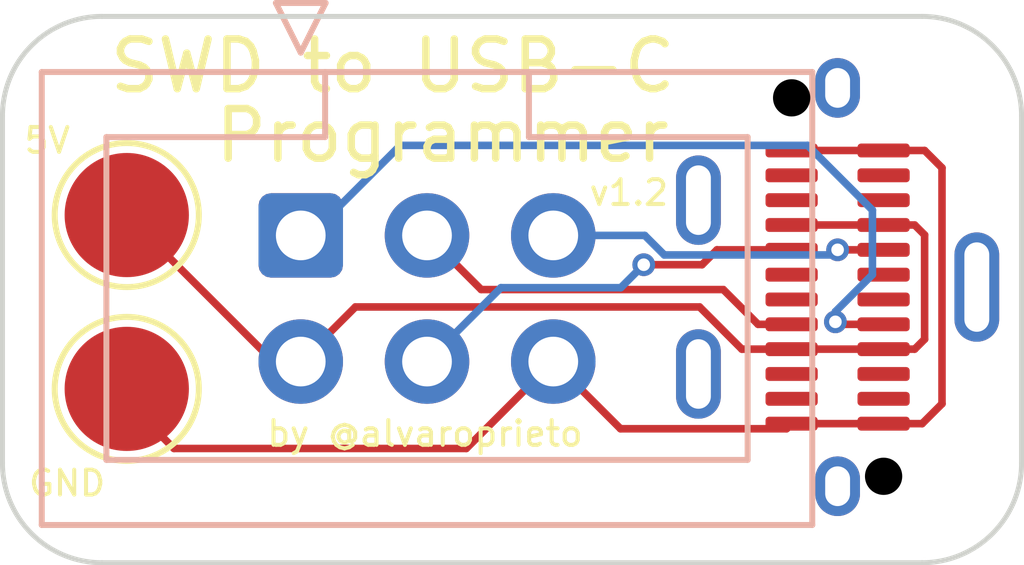
<source format=kicad_pcb>
(kicad_pcb (version 20211014) (generator pcbnew)
  (title_block (title "Debugotron - SWD to USB-C Programmer") (date "2022-03-04") (rev "1.2") (company "Quesadillon LLC"))
  (layers (0 "F.Cu" signal) (31 "B.Cu" signal) (34 "B.Paste" user) (35 "F.Paste" user) (36 "B.SilkS" user "B.Silkscreen") (37 "F.SilkS" user "F.Silkscreen") (38 "B.Mask" user) (39 "F.Mask" user) (44 "Edge.Cuts" user))
  (net 0 "")
  (net 1 "VBUS")
  (net 2 "GND")
  (net 3 "/MISO")
  (net 4 "/MOSI")
  (net 5 "/SCK")
  (net 6 "/MCURST")
  (footprint "TestPoint:TestPoint_Pad_D2.5mm" (layer "F.Cu") (at 161.5 69.5 -90)
    (fp_text reference "TP2" hide)
    (fp_text value "TestPoint" hide)
    (fp_circle (center 0 0) (end 0 1.45) (layer "F.SilkS") (width 0.12) (fill none))
    (pad "1" smd circle (at 0 0 270) (size 2.5 2.5) (layers "F.Cu" "F.Mask") (net 2 "GND"))
  )
  (footprint "alvarop:USB4151-GF-C" (layer "F.Cu") (at 175.8 67.45 90)
    (fp_text reference "P1" hide)
    (fp_text value "USB_C_Plug" hide)
    (pad "" np_thru_hole circle (at 3.81 -0.925 90) (size 0.75 0.75) (drill 0.75) (layers *.Mask))
    (pad "" smd roundrect (at 0.25 0.925 90) (size 0.28 1.05) (layers "F.Cu" "F.Paste" "F.Mask"))
    (pad "" smd roundrect (at -0.25 0.925 90) (size 0.28 1.05) (layers "F.Cu" "F.Paste" "F.Mask"))
    (pad "" np_thru_hole circle (at -3.81 0.925 90) (size 0.75 0.75) (drill 0.75) (layers *.Mask))
    (pad "A1" smd roundrect (at 2.75 -0.925 90) (size 0.28 1.05) (layers "F.Cu" "F.Paste" "F.Mask") (net 2 "GND"))
    (pad "A2" smd roundrect (at 2.25 -0.925 90) (size 0.28 1.05) (layers "F.Cu" "F.Paste" "F.Mask"))
    (pad "A3" smd roundrect (at 1.75 -0.925 90) (size 0.28 1.05) (layers "F.Cu" "F.Paste" "F.Mask"))
    (pad "A4" smd roundrect (at 1.25 -0.925 90) (size 0.28 1.05) (layers "F.Cu" "F.Paste" "F.Mask") (net 1 "VBUS"))
    (pad "A5" smd roundrect (at 0.75 -0.925 90) (size 0.28 1.05) (layers "F.Cu" "F.Paste" "F.Mask") (net 4 "/MOSI"))
    (pad "A6" smd roundrect (at 0.25 -0.925 90) (size 0.28 1.05) (layers "F.Cu" "F.Paste" "F.Mask"))
    (pad "A7" smd roundrect (at -0.25 -0.925 90) (size 0.28 1.05) (layers "F.Cu" "F.Paste" "F.Mask"))
    (pad "A8" smd roundrect (at -0.75 -0.925 90) (size 0.28 1.05) (layers "F.Cu" "F.Paste" "F.Mask") (net 5 "/SCK"))
    (pad "A9" smd roundrect (at -1.25 -0.925 90) (size 0.28 1.05) (layers "F.Cu" "F.Paste" "F.Mask") (net 1 "VBUS"))
    (pad "A10" smd roundrect (at -1.75 -0.925 90) (size 0.28 1.05) (layers "F.Cu" "F.Paste" "F.Mask"))
    (pad "A11" smd roundrect (at -2.25 -0.925 90) (size 0.28 1.05) (layers "F.Cu" "F.Paste" "F.Mask"))
    (pad "A12" smd roundrect (at -2.75 -0.925 90) (size 0.28 1.05) (layers "F.Cu" "F.Paste" "F.Mask") (net 2 "GND"))
    (pad "B1" smd roundrect (at -2.75 0.925 90) (size 0.28 1.05) (layers "F.Cu" "F.Paste" "F.Mask") (net 2 "GND"))
    (pad "B2" smd roundrect (at -2.25 0.925 90) (size 0.28 1.05) (layers "F.Cu" "F.Paste" "F.Mask"))
    (pad "B3" smd roundrect (at -1.75 0.925 90) (size 0.28 1.05) (layers "F.Cu" "F.Paste" "F.Mask"))
    (pad "B4" smd roundrect (at -1.25 0.925 90) (size 0.28 1.05) (layers "F.Cu" "F.Paste" "F.Mask") (net 1 "VBUS"))
    (pad "B5" smd roundrect (at -0.75 0.925 90) (size 0.28 1.05) (layers "F.Cu" "F.Paste" "F.Mask") (net 3 "/MISO"))
    (pad "B8" smd roundrect (at 0.75 0.925 90) (size 0.28 1.05) (layers "F.Cu" "F.Paste" "F.Mask") (net 6 "/MCURST"))
    (pad "B9" smd roundrect (at 1.25 0.925 90) (size 0.28 1.05) (layers "F.Cu" "F.Paste" "F.Mask") (net 1 "VBUS"))
    (pad "B10" smd roundrect (at 1.75 0.925 90) (size 0.28 1.05) (layers "F.Cu" "F.Paste" "F.Mask"))
    (pad "B11" smd roundrect (at 2.25 0.925 90) (size 0.28 1.05) (layers "F.Cu" "F.Paste" "F.Mask"))
    (pad "B12" smd roundrect (at 2.75 0.925 90) (size 0.28 1.05) (layers "F.Cu" "F.Paste" "F.Mask") (net 2 "GND"))
    (pad "S1" thru_hole oval (at 4.01 0 90) (size 1.2 0.9) (drill oval 0.8 0.5) (layers *.Cu *.Mask))
    (pad "S1" thru_hole oval (at -1.75 -2.8 90) (size 1.8 0.9) (drill oval 1.4 0.5) (layers *.Cu *.Mask))
    (pad "S1" thru_hole oval (at -4.01 0 90) (size 1.2 0.9) (drill oval 0.8 0.5) (layers *.Cu *.Mask))
    (pad "S1" thru_hole oval (at 1.75 -2.8 90) (size 1.8 0.9) (drill oval 1.4 0.5) (layers *.Cu *.Mask))
    (pad "S1" thru_hole oval (at 0 2.8 90) (size 2.2 0.9) (drill oval 1.8 0.5) (layers *.Cu *.Mask))
  )
  (footprint "TestPoint:TestPoint_Pad_D2.5mm" (layer "F.Cu") (at 161.5 66 -90)
    (fp_text reference "TP1" hide)
    (fp_text value "TestPoint" hide)
    (fp_circle (center 0 0) (end 0 1.45) (layer "F.SilkS") (width 0.12) (fill none))
    (pad "1" smd circle (at 0 0 270) (size 2.5 2.5) (layers "F.Cu" "F.Mask") (net 1 "VBUS"))
  )
  (footprint "Connector_IDC:IDC-Header_2x03_P2.54mm_Vertical" (layer "B.Cu") (at 165 66.41 -90)
    (fp_text reference "J1" hide)
    (fp_text value "AVR-ISP-6")
    (fp_line (start -3.68 0) (end -4.68 0.5) (layer "B.SilkS") (width 0.12))
    (fp_line (start -4.68 -0.5) (end -3.68 0) (layer "B.SilkS") (width 0.12))
    (fp_line (start -1.98 -4.59) (end -3.29 -4.59) (layer "B.SilkS") (width 0.12))
    (fp_line (start -3.29 5.21) (end 5.83 5.21) (layer "B.SilkS") (width 0.12))
    (fp_line (start 4.52 3.91) (end 4.52 -8.99) (layer "B.SilkS") (width 0.12))
    (fp_line (start -3.29 -10.29) (end -3.29 5.21) (layer "B.SilkS") (width 0.12))
    (fp_line (start -4.68 0.5) (end -4.68 -0.5) (layer "B.SilkS") (width 0.12))
    (fp_line (start -1.98 3.91) (end 4.52 3.91) (layer "B.SilkS") (width 0.12))
    (fp_line (start -1.98 -4.59) (end -1.98 -4.59) (layer "B.SilkS") (width 0.12))
    (fp_line (start -3.29 -0.49) (end -1.98 -0.49) (layer "B.SilkS") (width 0.12))
    (fp_line (start 5.83 5.21) (end 5.83 -10.29) (layer "B.SilkS") (width 0.12))
    (fp_line (start 4.52 -8.99) (end -1.98 -8.99) (layer "B.SilkS") (width 0.12))
    (fp_line (start -1.98 -0.49) (end -1.98 3.91) (layer "B.SilkS") (width 0.12))
    (fp_line (start 5.83 -10.29) (end -3.29 -10.29) (layer "B.SilkS") (width 0.12))
    (fp_line (start -1.98 -8.99) (end -1.98 -4.59) (layer "B.SilkS") (width 0.12))
    (pad "1" thru_hole roundrect (at 0 0 270) (size 1.7 1.7) (drill 1) (layers *.Cu *.Mask) (roundrect_rratio 0.1470588235) (net 3 "/MISO"))
    (pad "2" thru_hole circle (at 2.54 0 270) (size 1.7 1.7) (drill 1) (layers *.Cu *.Mask) (net 1 "VBUS"))
    (pad "3" thru_hole circle (at 0 -2.54 270) (size 1.7 1.7) (drill 1) (layers *.Cu *.Mask) (net 5 "/SCK"))
    (pad "4" thru_hole circle (at 2.54 -2.54 270) (size 1.7 1.7) (drill 1) (layers *.Cu *.Mask) (net 4 "/MOSI"))
    (pad "5" thru_hole circle (at 0 -5.08 270) (size 1.7 1.7) (drill 1) (layers *.Cu *.Mask) (net 6 "/MCURST"))
    (pad "6" thru_hole circle (at 2.54 -5.08 270) (size 1.7 1.7) (drill 1) (layers *.Cu *.Mask) (net 2 "GND"))
  )
  (gr_arc (start 179.5 71) (mid 178.914214 72.414214) (end 177.5 73) (layer "Edge.Cuts") (width 0.1))
  (gr_arc (start 177.5 62) (mid 178.914214 62.585786) (end 179.5 64) (layer "Edge.Cuts") (width 0.1))
  (gr_line (start 159 64) (end 159 71) (layer "Edge.Cuts") (width 0.1))
  (gr_arc (start 161 73) (mid 159.585786 72.414214) (end 159 71) (layer "Edge.Cuts") (width 0.1))
  (gr_arc (start 159 64) (mid 159.585786 62.585786) (end 161 62) (layer "Edge.Cuts") (width 0.1))
  (gr_line (start 161 73) (end 177.5 73) (layer "Edge.Cuts") (width 0.1))
  (gr_line (start 179.5 71) (end 179.5 64) (layer "Edge.Cuts") (width 0.1))
  (gr_line (start 177.5 62) (end 161 62) (layer "Edge.Cuts") (width 0.1))
  (gr_text "SWD to USB-C" (at 166.85 63) (layer "F.SilkS") (effects (font (size 1 1))))
  (gr_text "5V" (at 159.9 64.5) (layer "F.SilkS") (effects (font (size 0.5 0.5) (thickness 0.08))))
  (gr_text "v1.2" (at 171.6 65.55) (layer "F.SilkS") (effects (font (size 0.5 0.5) (thickness 0.08))))
  (gr_text "GND" (at 160.3 71.4) (layer "F.SilkS") (effects (font (size 0.5 0.5) (thickness 0.08))))
  (gr_text "by @alvaroprieto" (at 167.5 70.4) (layer "F.SilkS") (effects (font (size 0.5 0.5) (thickness 0.08))))
  (gr_text "Programmer" (at 167.85 64.4) (layer "F.SilkS") (effects (font (size 1 1))))
  (segment (start 165 68.7) (end 165 68.95) (width 0.1524) (layer "F.Cu") (net 1))
  (segment (start 173.023085 67.85) (end 166.1 67.85) (width 0.1524) (layer "F.Cu") (net 1))
  (segment (start 177.55 66.4) (end 177.35 66.2) (width 0.1524) (layer "F.Cu") (net 1))
  (segment (start 174.875 68.7) (end 173.873085 68.7) (width 0.1524) (layer "F.Cu") (net 1))
  (segment (start 176.725 68.7) (end 174.875 68.7) (width 0.1524) (layer "F.Cu") (net 1))
  (segment (start 176.725 66.2) (end 174.875 66.2) (width 0.1524) (layer "F.Cu") (net 1))
  (segment (start 177.35 66.2) (end 176.725 66.2) (width 0.1524) (layer "F.Cu") (net 1))
  (segment (start 177.35 68.7) (end 177.55 68.5) (width 0.1524) (layer "F.Cu") (net 1))
  (segment (start 161.5 66) (end 164.45 68.95) (width 0.1524) (layer "F.Cu") (net 1))
  (segment (start 177.55 68.5) (end 177.55 66.4) (width 0.1524) (layer "F.Cu") (net 1))
  (segment (start 176.725 68.7) (end 177.35 68.7) (width 0.1524) (layer "F.Cu") (net 1))
  (segment (start 173.873085 68.7) (end 173.023085 67.85) (width 0.1524) (layer "F.Cu") (net 1))
  (segment (start 164.45 68.95) (end 165 68.95) (width 0.1524) (layer "F.Cu") (net 1))
  (segment (start 166.1 67.85) (end 165 68.95) (width 0.1524) (layer "F.Cu") (net 1))
  (segment (start 161.75 70) (end 162.45 70.7) (width 0.1524) (layer "F.Cu") (net 2))
  (segment (start 168.33 70.7) (end 170.08 68.95) (width 0.1524) (layer "F.Cu") (net 2))
  (segment (start 177.5 70.2) (end 177.9 69.8) (width 0.1524) (layer "F.Cu") (net 2))
  (segment (start 162.45 70.7) (end 168.33 70.7) (width 0.1524) (layer "F.Cu") (net 2))
  (segment (start 176.725 70.2) (end 177.5 70.2) (width 0.1524) (layer "F.Cu") (net 2))
  (segment (start 176.725 64.7) (end 174.875 64.7) (width 0.1524) (layer "F.Cu") (net 2))
  (segment (start 177.55 64.7) (end 176.725 64.7) (width 0.1524) (layer "F.Cu") (net 2))
  (segment (start 174.875 70.2) (end 174.77228 70.30272) (width 0.1524) (layer "F.Cu") (net 2))
  (segment (start 177.9 65.05) (end 177.55 64.7) (width 0.1524) (layer "F.Cu") (net 2))
  (segment (start 177.9 69.8) (end 177.9 65.05) (width 0.1524) (layer "F.Cu") (net 2))
  (segment (start 174.77228 70.30272) (end 171.43272 70.30272) (width 0.1524) (layer "F.Cu") (net 2))
  (segment (start 174.875 70.2) (end 176.725 70.2) (width 0.1524) (layer "F.Cu") (net 2))
  (segment (start 171.43272 70.30272) (end 170.08 68.95) (width 0.1524) (layer "F.Cu") (net 2))
  (segment (start 175.8051 68.2) (end 175.7551 68.15) (width 0.1524) (layer "F.Cu") (net 3))
  (segment (start 176.725 68.2) (end 175.8051 68.2) (width 0.1524) (layer "F.Cu") (net 3))
  (via (at 175.7551 68.15) (size 0.4572) (drill 0.254) (layers "F.Cu" "B.Cu") (net 3))
  (segment (start 175.7551 67.9449) (end 176.5 67.2) (width 0.1524) (layer "B.Cu") (net 3))
  (segment (start 175.7551 68.15) (end 175.7551 67.9449) (width 0.1524) (layer "B.Cu") (net 3))
  (segment (start 167.00272 64.59728) (end 165.19 66.41) (width 0.1524) (layer "B.Cu") (net 3))
  (segment (start 176.5 65.9) (end 175.19728 64.59728) (width 0.1524) (layer "B.Cu") (net 3))
  (segment (start 165.19 66.41) (end 165 66.41) (width 0.1524) (layer "B.Cu") (net 3))
  (segment (start 176.5 67.2) (end 176.5 65.9) (width 0.1524) (layer "B.Cu") (net 3))
  (segment (start 175.19728 64.59728) (end 167.00272 64.59728) (width 0.1524) (layer "B.Cu") (net 3))
  (segment (start 173.373085 66.7) (end 173.073085 67) (width 0.1524) (layer "F.Cu") (net 4))
  (segment (start 174.875 66.7) (end 173.373085 66.7) (width 0.1524) (layer "F.Cu") (net 4))
  (segment (start 173.073085 67) (end 171.9 67) (width 0.1524) (layer "F.Cu") (net 4))
  (via (at 171.9 67) (size 0.4572) (drill 0.254) (layers "F.Cu" "B.Cu") (net 4))
  (segment (start 171.437289 67.462711) (end 169.027289 67.462711) (width 0.1524) (layer "B.Cu") (net 4))
  (segment (start 169.027289 67.462711) (end 167.54 68.95) (width 0.1524) (layer "B.Cu") (net 4))
  (segment (start 171.9 67) (end 171.437289 67.462711) (width 0.1524) (layer "B.Cu") (net 4))
  (segment (start 174.875 68.2) (end 174.2 68.2) (width 0.1524) (layer "F.Cu") (net 5))
  (segment (start 168.63 67.5) (end 167.54 66.41) (width 0.1524) (layer "F.Cu") (net 5))
  (segment (start 173.5 67.5) (end 168.63 67.5) (width 0.1524) (layer "F.Cu") (net 5))
  (segment (start 174.2 68.2) (end 173.5 67.5) (width 0.1524) (layer "F.Cu") (net 5))
  (segment (start 176.725 66.7) (end 175.8 66.7) (width 0.1524) (layer "F.Cu") (net 6))
  (via (at 175.8 66.7) (size 0.4572) (drill 0.254) (layers "F.Cu" "B.Cu") (net 6))
  (segment (start 172.312673 66.80272) (end 171.919953 66.41) (width 0.1524) (layer "B.Cu") (net 6))
  (segment (start 175.69728 66.80272) (end 172.312673 66.80272) (width 0.1524) (layer "B.Cu") (net 6))
  (segment (start 175.8 66.7) (end 175.69728 66.80272) (width 0.1524) (layer "B.Cu") (net 6))
  (segment (start 171.919953 66.41) (end 170.08 66.41) (width 0.1524) (layer "B.Cu") (net 6))
)
</source>
